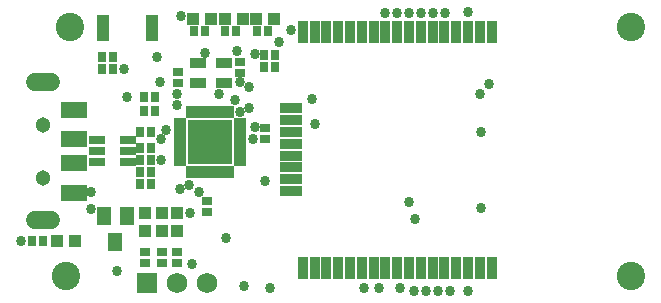
<source format=gts>
G75*
%MOIN*%
%OFA0B0*%
%FSLAX25Y25*%
%IPPOS*%
%LPD*%
%AMOC8*
5,1,8,0,0,1.08239X$1,22.5*
%
%ADD10R,0.02600X0.03800*%
%ADD11R,0.03950X0.03950*%
%ADD12R,0.03556X0.07493*%
%ADD13R,0.07493X0.03556*%
%ADD14R,0.04343X0.01942*%
%ADD15R,0.01942X0.04343*%
%ADD16R,0.14580X0.14580*%
%ADD17R,0.05800X0.03300*%
%ADD18R,0.03800X0.02600*%
%ADD19R,0.04737X0.06312*%
%ADD20C,0.05131*%
%ADD21R,0.08674X0.05524*%
%ADD22C,0.05918*%
%ADD23R,0.03950X0.08674*%
%ADD24R,0.05524X0.02965*%
%ADD25C,0.09461*%
%ADD26R,0.06800X0.06800*%
%ADD27C,0.06800*%
%ADD28C,0.03400*%
D10*
X0016782Y0032000D03*
X0020382Y0032000D03*
X0052907Y0051000D03*
X0056507Y0051000D03*
X0056507Y0055000D03*
X0052907Y0055000D03*
X0052907Y0059000D03*
X0056507Y0059000D03*
X0056507Y0063000D03*
X0052907Y0063000D03*
X0052932Y0068475D03*
X0056532Y0068475D03*
X0057882Y0075500D03*
X0054282Y0075500D03*
X0054282Y0080000D03*
X0057882Y0080000D03*
X0043882Y0089500D03*
X0040282Y0089500D03*
X0040282Y0093500D03*
X0043882Y0093500D03*
X0070782Y0102000D03*
X0074382Y0102000D03*
X0081282Y0102000D03*
X0084882Y0102000D03*
X0091782Y0102000D03*
X0095382Y0102000D03*
X0094282Y0094000D03*
X0097882Y0094000D03*
X0097882Y0090000D03*
X0094282Y0090000D03*
D11*
X0091630Y0106000D03*
X0087035Y0106000D03*
X0081130Y0106000D03*
X0076535Y0106000D03*
X0070630Y0106000D03*
X0097535Y0106000D03*
X0065082Y0041453D03*
X0060082Y0041453D03*
X0054582Y0041453D03*
X0054582Y0035547D03*
X0060082Y0035547D03*
X0065082Y0035547D03*
X0031035Y0032000D03*
X0025130Y0032000D03*
D12*
X0107034Y0023100D03*
X0110971Y0023100D03*
X0114908Y0023100D03*
X0118845Y0023100D03*
X0122782Y0023100D03*
X0126719Y0023100D03*
X0130656Y0023100D03*
X0134593Y0023100D03*
X0138530Y0023100D03*
X0142467Y0023100D03*
X0146404Y0023100D03*
X0150341Y0023100D03*
X0154278Y0023100D03*
X0158215Y0023100D03*
X0162152Y0023100D03*
X0166089Y0023100D03*
X0170026Y0023100D03*
X0170026Y0101840D03*
X0166089Y0101840D03*
X0162152Y0101840D03*
X0158215Y0101840D03*
X0154278Y0101840D03*
X0150341Y0101840D03*
X0146404Y0101840D03*
X0142467Y0101840D03*
X0138530Y0101840D03*
X0134593Y0101840D03*
X0130656Y0101840D03*
X0126719Y0101840D03*
X0122782Y0101840D03*
X0118845Y0101840D03*
X0114908Y0101840D03*
X0110971Y0101840D03*
X0107034Y0101840D03*
D13*
X0103097Y0076250D03*
X0103097Y0072313D03*
X0103097Y0068376D03*
X0103097Y0064439D03*
X0103097Y0060502D03*
X0103097Y0056565D03*
X0103097Y0052628D03*
X0103097Y0048691D03*
D14*
X0086122Y0058110D03*
X0086122Y0060079D03*
X0086122Y0062047D03*
X0086122Y0064016D03*
X0086122Y0065984D03*
X0086122Y0067953D03*
X0086122Y0069921D03*
X0086122Y0071890D03*
X0066043Y0071890D03*
X0066043Y0069921D03*
X0066043Y0067953D03*
X0066043Y0065984D03*
X0066043Y0064016D03*
X0066043Y0062047D03*
X0066043Y0060079D03*
X0066043Y0058110D03*
D15*
X0069193Y0054961D03*
X0071161Y0054961D03*
X0073130Y0054961D03*
X0075098Y0054961D03*
X0077067Y0054961D03*
X0079035Y0054961D03*
X0081004Y0054961D03*
X0082972Y0054961D03*
X0082972Y0075039D03*
X0081004Y0075039D03*
X0079035Y0075039D03*
X0077067Y0075039D03*
X0075098Y0075039D03*
X0073130Y0075039D03*
X0071161Y0075039D03*
X0069193Y0075039D03*
D16*
X0076082Y0065000D03*
D17*
X0072282Y0084700D03*
X0080882Y0084700D03*
X0080882Y0091300D03*
X0072282Y0091300D03*
D18*
X0065582Y0088300D03*
X0065582Y0084700D03*
X0086082Y0088200D03*
X0086082Y0091800D03*
X0094582Y0069800D03*
X0094582Y0066200D03*
X0075082Y0045300D03*
X0075082Y0041700D03*
X0065082Y0028300D03*
X0060082Y0028300D03*
X0060082Y0024700D03*
X0065082Y0024700D03*
X0054582Y0024700D03*
X0054582Y0028300D03*
D19*
X0044582Y0031669D03*
X0040842Y0040331D03*
X0048323Y0040331D03*
D20*
X0020409Y0053142D03*
X0020409Y0070858D03*
D21*
X0030645Y0065937D03*
X0030645Y0058063D03*
X0030645Y0048220D03*
X0030645Y0075780D03*
D22*
X0022968Y0085031D02*
X0017850Y0085031D01*
X0017850Y0038969D02*
X0022968Y0038969D01*
D23*
X0040315Y0103000D03*
X0056850Y0103000D03*
D24*
X0048701Y0065740D03*
X0048701Y0062000D03*
X0048701Y0058260D03*
X0038464Y0058260D03*
X0038464Y0062000D03*
X0038464Y0065740D03*
D25*
X0028082Y0020500D03*
X0029582Y0103500D03*
X0216582Y0103500D03*
X0216582Y0020500D03*
D26*
X0055082Y0018000D03*
D27*
X0065082Y0018000D03*
X0075082Y0018000D03*
D28*
X0070082Y0024500D03*
X0081582Y0033000D03*
X0069582Y0041500D03*
X0072582Y0048500D03*
X0069193Y0050610D03*
X0066082Y0049500D03*
X0059682Y0059000D03*
X0059832Y0066000D03*
X0061582Y0069000D03*
X0065082Y0077500D03*
X0065082Y0081000D03*
X0059582Y0085000D03*
X0048582Y0080000D03*
X0047582Y0089500D03*
X0058582Y0093500D03*
X0074382Y0094700D03*
X0085082Y0095500D03*
X0091082Y0094500D03*
X0099082Y0098500D03*
X0103082Y0102500D03*
X0086082Y0085000D03*
X0089082Y0083500D03*
X0084582Y0079000D03*
X0089082Y0076500D03*
X0086082Y0075000D03*
X0091082Y0070000D03*
X0090582Y0066000D03*
X0076082Y0065000D03*
X0094582Y0052000D03*
X0111082Y0071000D03*
X0110082Y0079500D03*
X0079082Y0081000D03*
X0066582Y0107000D03*
X0134582Y0108000D03*
X0138582Y0108000D03*
X0142582Y0108000D03*
X0146582Y0108000D03*
X0150582Y0108000D03*
X0154582Y0108000D03*
X0162082Y0108500D03*
X0169082Y0084500D03*
X0166082Y0081000D03*
X0166582Y0068500D03*
X0142582Y0045000D03*
X0144582Y0039500D03*
X0166582Y0043000D03*
X0139582Y0016500D03*
X0144082Y0015500D03*
X0148082Y0015500D03*
X0152082Y0015500D03*
X0156082Y0015500D03*
X0162082Y0015500D03*
X0132582Y0016500D03*
X0127582Y0016500D03*
X0096082Y0016500D03*
X0087582Y0017000D03*
X0045082Y0022000D03*
X0013082Y0032000D03*
X0036582Y0042786D03*
X0036582Y0048500D03*
M02*

</source>
